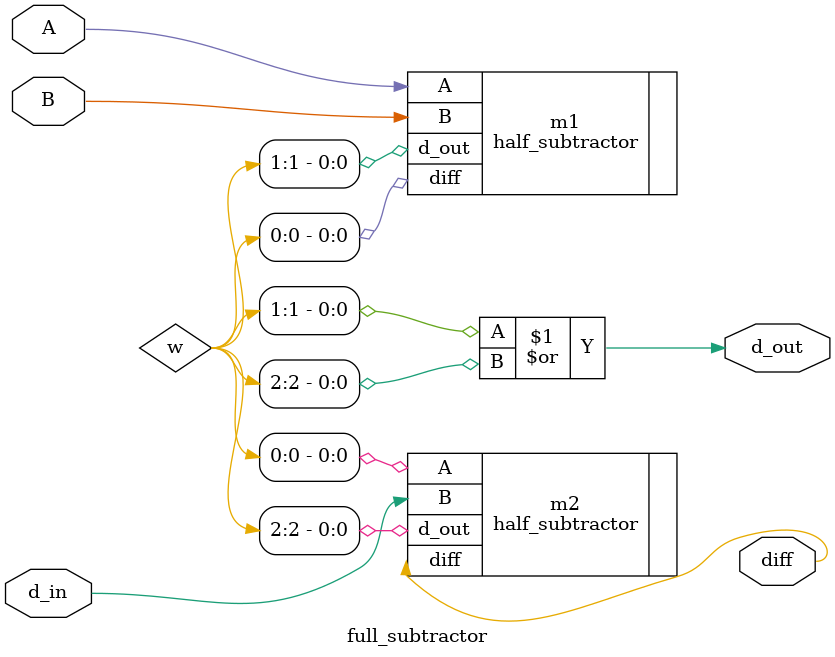
<source format=v>
`timescale 1ns / 1ps


 module full_subtractor(A,B,d_in,diff,d_out);
   input A,B,d_in;
   output diff,d_out;
   
   wire [2:0]w;
   
   half_subtractor m1(.A(A),.B(B),.diff(w[0]),.d_out(w[1]));
   half_subtractor m2(.A(w[0]),.B(d_in),.diff(diff),.d_out(w[2]));
   
   assign d_out = w[1] | w[2];
 endmodule 

/*
module full_subtractor(A,B,d_in,diff,d_out);
   input A,B,d_in;
   output diff,d_out;
   
   assign {diff,d_out} = A-B-d_in;
endmodule*/

</source>
